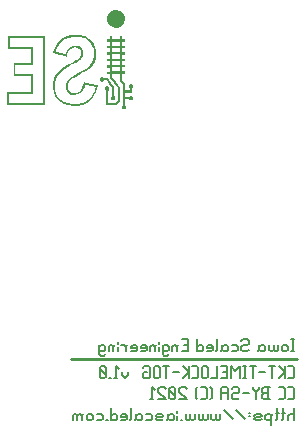
<source format=gbr>
G04 start of page 10 for group -4078 idx -4078 *
G04 Title: (unknown), bottomsilk *
G04 Creator: pcb 4.0.2 *
G04 CreationDate: Mon Feb 22 17:58:46 2021 UTC *
G04 For: ndholmes *
G04 Format: Gerber/RS-274X *
G04 PCB-Dimensions (mil): 4500.00 2500.00 *
G04 PCB-Coordinate-Origin: lower left *
%MOIN*%
%FSLAX25Y25*%
%LNBOTTOMSILK*%
%ADD61C,0.0070*%
%ADD60C,0.0100*%
%ADD59C,0.0001*%
G54D59*G36*
X101457Y158709D02*Y158644D01*
X101197Y158633D01*
X100931Y158693D01*
X100584Y159073D01*
X100551Y159588D01*
X100681Y159821D01*
X100860Y159990D01*
X100926Y160022D01*
Y166853D01*
X100014Y168003D01*
Y170341D01*
X97198D01*
Y169403D01*
X98604Y167623D01*
X100014Y165844D01*
Y161270D01*
X98658Y159914D01*
X95267D01*
Y164802D01*
X95169Y164872D01*
X94871Y165382D01*
X95028Y165947D01*
X95630Y166218D01*
X96206Y165909D01*
X96341Y165393D01*
X96097Y164927D01*
X95972Y164834D01*
X95967Y164672D01*
X95961Y164216D01*
Y163543D01*
X95956Y162719D01*
Y160597D01*
X98376D01*
X99352Y161574D01*
Y165583D01*
X97931Y167368D01*
X96515Y169158D01*
Y169750D01*
X96509Y170336D01*
X95598D01*
Y171122D01*
X96509D01*
Y172495D01*
X95598D01*
Y173255D01*
X96509D01*
Y174649D01*
X95598D01*
Y175408D01*
X96509D01*
Y176781D01*
X95598D01*
Y177541D01*
X96509D01*
Y178935D01*
X95598D01*
Y179694D01*
X96509D01*
Y181094D01*
X95598D01*
Y181854D01*
X96509D01*
Y183096D01*
X97198D01*
Y181854D01*
X100014D01*
Y183096D01*
X100671D01*
Y181854D01*
X101582D01*
Y181094D01*
X100681D01*
X99998Y181148D01*
X97209D01*
X97204Y180459D01*
X97193Y179765D01*
X98593D01*
X99276Y179770D01*
X99710Y179776D01*
X99933Y179787D01*
X99998Y179797D01*
X100009Y180015D01*
X100003Y180492D01*
X99998Y181148D01*
X100681Y181094D01*
Y179722D01*
X101582D01*
Y178962D01*
X100671D01*
X100014Y179005D01*
X97193D01*
X97204Y178316D01*
Y178300D01*
X97209Y177611D01*
X98593D01*
X99580Y177617D01*
X99992Y177627D01*
X100009Y177844D01*
X100014Y178327D01*
Y179005D01*
X100671Y178962D01*
X100681Y177584D01*
X101582D01*
Y176824D01*
X100671D01*
Y175452D01*
X100014Y175479D01*
Y176852D01*
X97198D01*
Y175479D01*
X100014D01*
X100671Y175452D01*
X101582D01*
Y174692D01*
X100681D01*
X99998Y174719D01*
X97198D01*
Y173336D01*
X98593D01*
X99276Y173341D01*
X99710Y173347D01*
X99933Y173358D01*
X99998Y173368D01*
X100009Y173586D01*
X100003Y174057D01*
X99998Y174719D01*
X100681Y174692D01*
Y173325D01*
X101582D01*
Y172566D01*
X100671D01*
Y171193D01*
X100014D01*
Y172566D01*
X97198D01*
Y171193D01*
X101582D01*
Y170406D01*
X100671D01*
Y168339D01*
X101143Y167748D01*
X101609Y167156D01*
Y164851D01*
X103258D01*
Y165627D01*
X103161Y165697D01*
X102922Y166006D01*
X102868Y166381D01*
X102987Y166701D01*
X103210Y166923D01*
X103503Y167026D01*
X103839Y166994D01*
X104127Y166815D01*
X104311Y166527D01*
X104322Y166093D01*
X104213Y165876D01*
X104045Y165697D01*
X103947Y165627D01*
X103942Y164900D01*
Y164167D01*
X101609D01*
Y162670D01*
X102276Y162675D01*
X102944D01*
X103009Y162773D01*
X103318Y163012D01*
X103698Y163066D01*
X104013Y162946D01*
X104230Y162724D01*
X104338Y162431D01*
X104311Y162100D01*
X104127Y161807D01*
X103828Y161617D01*
X103400D01*
X103047Y161840D01*
X102955Y161964D01*
X102759Y161981D01*
X102282Y161986D01*
X101609D01*
Y160104D01*
X101739Y159990D01*
X101935Y159740D01*
X101989Y159425D01*
X101853Y158980D01*
X101457Y158709D01*
G37*
G36*
X85615Y159729D02*Y159735D01*
X84243Y159740D01*
X82865Y159914D01*
X81400Y160359D01*
X80130Y161037D01*
X79088Y161948D01*
X78291Y163066D01*
X77781Y164330D01*
X77526Y165730D01*
X77532Y167162D01*
X77808Y168534D01*
X78296Y169674D01*
X79023Y170726D01*
X79989Y171714D01*
X81215Y172642D01*
X81693Y172951D01*
X82252Y173282D01*
X82935Y173667D01*
X83803Y174139D01*
X84574Y174562D01*
X85149Y174888D01*
X85588Y175164D01*
X85941Y175408D01*
X86668Y176076D01*
X87015Y176727D01*
X87053Y177139D01*
X87015Y177622D01*
X86831Y178219D01*
X86494Y178680D01*
X85637Y179152D01*
X84986Y179201D01*
X84351Y179136D01*
X83402Y178604D01*
X82642Y177535D01*
X82382Y176960D01*
X82154Y176358D01*
X82078Y176157D01*
X81899Y176201D01*
X81421Y176331D01*
X80716Y176532D01*
X79853Y176776D01*
X77651Y177416D01*
X77711Y177671D01*
X78204Y179174D01*
X78931Y180476D01*
X79870Y181561D01*
X81009Y182407D01*
X82148Y182933D01*
X83423Y183259D01*
X84807Y183384D01*
X86266Y183302D01*
X88138Y182863D01*
X89668Y182038D01*
X90829Y180855D01*
X91589Y179331D01*
X91882Y178132D01*
X91974Y176846D01*
X91844Y175533D01*
X91426Y174350D01*
X90889Y173466D01*
X90140Y172625D01*
X89483Y172045D01*
X88708Y171480D01*
X87693Y170851D01*
X86315Y170075D01*
X85621Y169696D01*
X85105Y169403D01*
X84698Y169158D01*
X84335Y168925D01*
X83076Y167878D01*
X82479Y166809D01*
X81877Y166983D01*
X82561Y168247D01*
X83993Y169457D01*
X84367Y169696D01*
X84791Y169951D01*
X85333Y170260D01*
X86060Y170661D01*
X87145Y171269D01*
X87948Y171746D01*
X88578Y172159D01*
X89120Y172566D01*
X89983Y173358D01*
X90623Y174199D01*
X91062Y175105D01*
X91301Y176087D01*
X91339Y176797D01*
X91312Y177573D01*
X91111Y178723D01*
X90742Y179749D01*
X90200Y180633D01*
X89500Y181360D01*
X88100Y182196D01*
X86353Y182657D01*
X84432Y182743D01*
X82675Y182440D01*
X81421Y181913D01*
X80347Y181138D01*
X79457Y180134D01*
X78779Y178919D01*
X78660Y178604D01*
X78535Y178262D01*
X78448Y177985D01*
X78421Y177861D01*
X78562Y177817D01*
X78920Y177714D01*
X79419Y177562D01*
X79995Y177394D01*
X80581Y177226D01*
X81091Y177074D01*
X81470Y176971D01*
X81633Y176922D01*
X81693Y176966D01*
X81779Y177166D01*
X82273Y178186D01*
X82848Y178951D01*
X83516Y179477D01*
X84286Y179770D01*
X84861Y179836D01*
X85442Y179819D01*
X86397Y179537D01*
X87102Y178973D01*
X87536Y178159D01*
X87682Y177117D01*
X87514Y176249D01*
X86966Y175463D01*
X86537Y175061D01*
X85984Y174660D01*
X85192Y174182D01*
X84047Y173547D01*
X82555Y172717D01*
X81481Y172056D01*
X80673Y171459D01*
X79973Y170813D01*
X79289Y170032D01*
X78768Y169213D01*
X78410Y168323D01*
X78183Y167336D01*
X78134Y166402D01*
X78183Y165447D01*
X78340Y164661D01*
X78568Y163966D01*
X79034Y163060D01*
X79637Y162279D01*
X80391Y161623D01*
X81291Y161091D01*
X82452Y160657D01*
X83782Y160402D01*
X84205Y160369D01*
X84753Y160353D01*
X85301D01*
X85697Y160364D01*
X87568Y160782D01*
X89142Y161650D01*
X90428Y162979D01*
X91426Y164758D01*
X91551Y165084D01*
X91697Y165491D01*
X91822Y165860D01*
X91871Y166044D01*
Y166077D01*
X91708Y166126D01*
X91171Y166245D01*
X90021Y166489D01*
X89391Y166625D01*
X88865Y166739D01*
X88507Y166815D01*
X88355Y166842D01*
X88306Y166826D01*
X88257Y166657D01*
X88111Y166153D01*
X87910Y165627D01*
X87118Y164384D01*
X86049Y163559D01*
X84720Y163256D01*
X83684Y163424D01*
X82827Y163885D01*
X82197Y164617D01*
X81839Y165567D01*
X81877Y166983D01*
X82479Y166809D01*
X82425Y166212D01*
X82479Y165583D01*
X83038Y164547D01*
X84058Y163961D01*
X84313Y163918D01*
X84704Y163901D01*
X85100Y163918D01*
X85338Y163961D01*
X86109Y164324D01*
X86755Y164932D01*
X87270Y165757D01*
X87633Y166782D01*
X87715Y167118D01*
X87764Y167368D01*
X87818Y167580D01*
X88019Y167547D01*
X88545Y167444D01*
X89321Y167281D01*
X90254Y167081D01*
X92674Y166565D01*
X92576Y166196D01*
X91930Y164341D01*
X91068Y162778D01*
X90124Y161671D01*
X89017Y160793D01*
X87433Y160071D01*
X85615Y159729D01*
G37*
G36*
X75030Y171535D02*Y160022D01*
X62346D01*
Y164460D01*
X70110D01*
X70104Y167091D01*
X70093Y169723D01*
X64429D01*
Y174133D01*
X70110D01*
Y178653D01*
X62650D01*
Y183064D01*
X75030D01*
Y171535D01*
X74390Y171540D01*
X74379Y182440D01*
X63284D01*
Y179271D01*
X70744D01*
Y173488D01*
X65059D01*
Y170319D01*
X70744D01*
Y163798D01*
X62970D01*
Y160641D01*
X74396D01*
X74390Y171540D01*
X75030Y171535D01*
G37*
G36*
X97893Y161623D02*Y161617D01*
X97350Y161650D01*
X96965Y162024D01*
X96933Y162523D01*
X97193Y162919D01*
X97296Y162990D01*
Y165887D01*
X96385Y167043D01*
X95468Y168198D01*
X94480D01*
X94355Y168062D01*
X93797Y167813D01*
X93411Y167927D01*
X93135Y168214D01*
X93070Y168486D01*
X93086Y168768D01*
X93222Y169012D01*
X93444Y169202D01*
X93596Y169272D01*
X93797Y169278D01*
X94003Y169267D01*
X94155Y169202D01*
X94383Y169007D01*
X94469Y168887D01*
X95799D01*
X96889Y167504D01*
X97985Y166126D01*
Y164552D01*
X97990Y163440D01*
X98001Y162979D01*
X98132Y162887D01*
X98359Y162534D01*
X98354Y162100D01*
X98175Y161812D01*
X97893Y161623D01*
G37*
G36*
X99059Y185782D02*X98620Y185760D01*
X98169Y185782D01*
X97518Y185955D01*
X96916Y186275D01*
X96401Y186720D01*
X95994Y187268D01*
X95728Y187941D01*
X95620Y188668D01*
X95690Y189395D01*
X95923Y190079D01*
X96347Y190697D01*
X96900Y191202D01*
X97844Y191629D01*
X98853Y191716D01*
X99824Y191473D01*
X100671Y190898D01*
X101191Y190247D01*
X101501Y189482D01*
X101582Y188863D01*
X101544Y188223D01*
X101257Y187360D01*
X100709Y186628D01*
X99944Y186069D01*
X99059Y185782D01*
G37*
G54D60*X159000Y75500D02*X83500D01*
G54D61*X157000Y82000D02*X158000D01*
X157500Y78000D02*Y82000D01*
X157000Y78000D02*X158000D01*
X155800Y78500D02*Y79500D01*
X155300Y80000D01*
X154300D02*X155300D01*
X154300D02*X153800Y79500D01*
Y78500D02*Y79500D01*
X154300Y78000D02*X153800Y78500D01*
X154300Y78000D02*X155300D01*
X155800Y78500D02*X155300Y78000D01*
X152600Y78500D02*Y80000D01*
Y78500D02*X152100Y78000D01*
X151600D02*X152100D01*
X151600D02*X151100Y78500D01*
Y80000D01*
Y78500D02*X150600Y78000D01*
X150100D02*X150600D01*
X150100D02*X149600Y78500D01*
Y80000D01*
X146900D02*X146400Y79500D01*
X146900Y80000D02*X147900D01*
X148400Y79500D02*X147900Y80000D01*
X148400Y78500D02*Y79500D01*
Y78500D02*X147900Y78000D01*
X146400Y78500D02*Y80000D01*
Y78500D02*X145900Y78000D01*
X146900D02*X147900D01*
X146900D02*X146400Y78500D01*
X140900Y82000D02*X140400Y81500D01*
X140900Y82000D02*X142400D01*
X142900Y81500D02*X142400Y82000D01*
X142900Y80500D02*Y81500D01*
Y80500D02*X142400Y80000D01*
X140900D02*X142400D01*
X140900D02*X140400Y79500D01*
Y78500D02*Y79500D01*
X140900Y78000D02*X140400Y78500D01*
X140900Y78000D02*X142400D01*
X142900Y78500D02*X142400Y78000D01*
X137200Y80000D02*X138700D01*
X139200Y79500D02*X138700Y80000D01*
X139200Y78500D02*Y79500D01*
Y78500D02*X138700Y78000D01*
X137200D02*X138700D01*
X134500Y80000D02*X134000Y79500D01*
X134500Y80000D02*X135500D01*
X136000Y79500D02*X135500Y80000D01*
X136000Y78500D02*Y79500D01*
Y78500D02*X135500Y78000D01*
X134000Y78500D02*Y80000D01*
Y78500D02*X133500Y78000D01*
X134500D02*X135500D01*
X134500D02*X134000Y78500D01*
X132300D02*Y82000D01*
Y78500D02*X131800Y78000D01*
X128800D02*X130300D01*
X130800Y78500D02*X130300Y78000D01*
X130800Y78500D02*Y79500D01*
X130300Y80000D01*
X129300D02*X130300D01*
X129300D02*X128800Y79500D01*
Y79000D02*X130800D01*
X128800D02*Y79500D01*
X125600Y78000D02*Y82000D01*
X126100Y78000D02*X125600Y78500D01*
X126100Y78000D02*X127100D01*
X127600Y78500D02*X127100Y78000D01*
X127600Y78500D02*Y79500D01*
X127100Y80000D01*
X126100D02*X127100D01*
X126100D02*X125600Y79500D01*
X121100Y80000D02*X122600D01*
X120600Y78000D02*X122600D01*
Y82000D01*
X120600D02*X122600D01*
X118900Y78000D02*Y79500D01*
X118400Y80000D01*
X117900D02*X118400D01*
X117900D02*X117400Y79500D01*
Y78000D02*Y79500D01*
X119400Y80000D02*X118900Y79500D01*
X114700Y80000D02*X114200Y79500D01*
X114700Y80000D02*X115700D01*
X116200Y79500D02*X115700Y80000D01*
X116200Y78500D02*Y79500D01*
Y78500D02*X115700Y78000D01*
X114700D02*X115700D01*
X114700D02*X114200Y78500D01*
X116200Y77000D02*X115700Y76500D01*
X114700D02*X115700D01*
X114700D02*X114200Y77000D01*
Y80000D01*
X113000Y80500D02*Y81000D01*
Y78000D02*Y79500D01*
X111500Y78000D02*Y79500D01*
X111000Y80000D01*
X110500D02*X111000D01*
X110500D02*X110000Y79500D01*
Y78000D02*Y79500D01*
X112000Y80000D02*X111500Y79500D01*
X106800Y78000D02*X108300D01*
X108800Y78500D02*X108300Y78000D01*
X108800Y78500D02*Y79500D01*
X108300Y80000D01*
X107300D02*X108300D01*
X107300D02*X106800Y79500D01*
Y79000D02*X108800D01*
X106800D02*Y79500D01*
X103600Y78000D02*X105100D01*
X105600Y78500D02*X105100Y78000D01*
X105600Y78500D02*Y79500D01*
X105100Y80000D01*
X104100D02*X105100D01*
X104100D02*X103600Y79500D01*
Y79000D02*X105600D01*
X103600D02*Y79500D01*
X101900Y78000D02*Y79500D01*
X101400Y80000D01*
X100400D02*X101400D01*
X102400D02*X101900Y79500D01*
X99200Y80500D02*Y81000D01*
Y78000D02*Y79500D01*
X97700Y78000D02*Y79500D01*
X97200Y80000D01*
X96700D02*X97200D01*
X96700D02*X96200Y79500D01*
Y78000D02*Y79500D01*
X98200Y80000D02*X97700Y79500D01*
X93500Y80000D02*X93000Y79500D01*
X93500Y80000D02*X94500D01*
X95000Y79500D02*X94500Y80000D01*
X95000Y78500D02*Y79500D01*
Y78500D02*X94500Y78000D01*
X93500D02*X94500D01*
X93500D02*X93000Y78500D01*
X95000Y77000D02*X94500Y76500D01*
X93500D02*X94500D01*
X93500D02*X93000Y77000D01*
Y80000D01*
X156000Y62000D02*X157500D01*
X158000Y62500D02*X157500Y62000D01*
X158000Y62500D02*Y65500D01*
X157500Y66000D01*
X156000D02*X157500D01*
X152800Y62000D02*X154300D01*
X154800Y62500D02*X154300Y62000D01*
X154800Y62500D02*Y65500D01*
X154300Y66000D01*
X152800D02*X154300D01*
X147800Y62000D02*X149800D01*
X147800D02*X147300Y62500D01*
Y63500D01*
X147800Y64000D02*X147300Y63500D01*
X147800Y64000D02*X149300D01*
Y62000D02*Y66000D01*
X147800D02*X149800D01*
X147800D02*X147300Y65500D01*
Y64500D02*Y65500D01*
X147800Y64000D02*X147300Y64500D01*
X146100Y65500D02*Y66000D01*
Y65500D02*X145100Y64500D01*
X144100Y65500D01*
Y66000D01*
X145100Y62000D02*Y64500D01*
X140900Y64000D02*X142900D01*
X137700Y66000D02*X137200Y65500D01*
X137700Y66000D02*X139200D01*
X139700Y65500D02*X139200Y66000D01*
X139700Y64500D02*Y65500D01*
Y64500D02*X139200Y64000D01*
X137700D02*X139200D01*
X137700D02*X137200Y63500D01*
Y62500D02*Y63500D01*
X137700Y62000D02*X137200Y62500D01*
X137700Y62000D02*X139200D01*
X139700Y62500D02*X139200Y62000D01*
X136000D02*Y65500D01*
X135500Y66000D01*
X134000D02*X135500D01*
X134000D02*X133500Y65500D01*
Y62000D02*Y65500D01*
Y64000D02*X136000D01*
X130500Y62500D02*X130000Y62000D01*
X130500Y65500D02*X130000Y66000D01*
X130500Y62500D02*Y65500D01*
X126800Y62000D02*X128300D01*
X128800Y62500D02*X128300Y62000D01*
X128800Y62500D02*Y65500D01*
X128300Y66000D01*
X126800D02*X128300D01*
X125600D02*X125100Y65500D01*
Y62500D02*Y65500D01*
X125600Y62000D02*X125100Y62500D01*
X122100Y65500D02*X121600Y66000D01*
X120100D02*X121600D01*
X120100D02*X119600Y65500D01*
Y64500D02*Y65500D01*
X122100Y62000D02*X119600Y64500D01*
Y62000D02*X122100D01*
X118400Y62500D02*X117900Y62000D01*
X118400Y62500D02*Y65500D01*
X117900Y66000D01*
X116900D02*X117900D01*
X116900D02*X116400Y65500D01*
Y62500D02*Y65500D01*
X116900Y62000D02*X116400Y62500D01*
X116900Y62000D02*X117900D01*
X118400Y63000D02*X116400Y65000D01*
X115200Y65500D02*X114700Y66000D01*
X113200D02*X114700D01*
X113200D02*X112700Y65500D01*
Y64500D02*Y65500D01*
X115200Y62000D02*X112700Y64500D01*
Y62000D02*X115200D01*
X110000D02*X111000D01*
X110500D02*Y66000D01*
X111500Y65000D02*X110500Y66000D01*
X158000Y55000D02*Y59000D01*
Y56500D02*X157500Y57000D01*
X156500D02*X157500D01*
X156500D02*X156000Y56500D01*
Y55000D02*Y56500D01*
X154300Y55500D02*Y59000D01*
Y55500D02*X153800Y55000D01*
Y57500D02*X154800D01*
X152300Y55500D02*Y59000D01*
Y55500D02*X151800Y55000D01*
Y57500D02*X152800D01*
X150300Y53500D02*Y56500D01*
X150800Y57000D02*X150300Y56500D01*
X149800Y57000D01*
X148800D02*X149800D01*
X148800D02*X148300Y56500D01*
Y55500D02*Y56500D01*
X148800Y55000D02*X148300Y55500D01*
X148800Y55000D02*X149800D01*
X150300Y55500D02*X149800Y55000D01*
X145100D02*X146600D01*
X145100D02*X144600Y55500D01*
X145100Y56000D02*X144600Y55500D01*
X145100Y56000D02*X146600D01*
X147100Y56500D02*X146600Y56000D01*
X147100Y56500D02*X146600Y57000D01*
X145100D02*X146600D01*
X145100D02*X144600Y56500D01*
X147100Y55500D02*X146600Y55000D01*
X142900Y57500D02*X143400D01*
X142900Y56500D02*X143400D01*
X141700Y55500D02*X138700Y58500D01*
X137500Y55500D02*X134500Y58500D01*
X133300Y55500D02*Y57000D01*
Y55500D02*X132800Y55000D01*
X132300D02*X132800D01*
X132300D02*X131800Y55500D01*
Y57000D01*
Y55500D02*X131300Y55000D01*
X130800D02*X131300D01*
X130800D02*X130300Y55500D01*
Y57000D01*
X129100Y55500D02*Y57000D01*
Y55500D02*X128600Y55000D01*
X128100D02*X128600D01*
X128100D02*X127600Y55500D01*
Y57000D01*
Y55500D02*X127100Y55000D01*
X126600D02*X127100D01*
X126600D02*X126100Y55500D01*
Y57000D01*
X124900Y55500D02*Y57000D01*
Y55500D02*X124400Y55000D01*
X123900D02*X124400D01*
X123900D02*X123400Y55500D01*
Y57000D01*
Y55500D02*X122900Y55000D01*
X122400D02*X122900D01*
X122400D02*X121900Y55500D01*
Y57000D01*
X120200Y55000D02*X120700D01*
X119000Y57500D02*Y58000D01*
Y55000D02*Y56500D01*
X116500Y57000D02*X116000Y56500D01*
X116500Y57000D02*X117500D01*
X118000Y56500D02*X117500Y57000D01*
X118000Y55500D02*Y56500D01*
Y55500D02*X117500Y55000D01*
X116000Y55500D02*Y57000D01*
Y55500D02*X115500Y55000D01*
X116500D02*X117500D01*
X116500D02*X116000Y55500D01*
X112300Y55000D02*X113800D01*
X112300D02*X111800Y55500D01*
X112300Y56000D02*X111800Y55500D01*
X112300Y56000D02*X113800D01*
X114300Y56500D02*X113800Y56000D01*
X114300Y56500D02*X113800Y57000D01*
X112300D02*X113800D01*
X112300D02*X111800Y56500D01*
X114300Y55500D02*X113800Y55000D01*
X108600Y57000D02*X110100D01*
X110600Y56500D02*X110100Y57000D01*
X110600Y55500D02*Y56500D01*
Y55500D02*X110100Y55000D01*
X108600D02*X110100D01*
X105900Y57000D02*X105400Y56500D01*
X105900Y57000D02*X106900D01*
X107400Y56500D02*X106900Y57000D01*
X107400Y55500D02*Y56500D01*
Y55500D02*X106900Y55000D01*
X105400Y55500D02*Y57000D01*
Y55500D02*X104900Y55000D01*
X105900D02*X106900D01*
X105900D02*X105400Y55500D01*
X103700D02*Y59000D01*
Y55500D02*X103200Y55000D01*
X100200D02*X101700D01*
X102200Y55500D02*X101700Y55000D01*
X102200Y55500D02*Y56500D01*
X101700Y57000D01*
X100700D02*X101700D01*
X100700D02*X100200Y56500D01*
Y56000D02*X102200D01*
X100200D02*Y56500D01*
X97000Y55000D02*Y59000D01*
X97500Y55000D02*X97000Y55500D01*
X97500Y55000D02*X98500D01*
X99000Y55500D02*X98500Y55000D01*
X99000Y55500D02*Y56500D01*
X98500Y57000D01*
X97500D02*X98500D01*
X97500D02*X97000Y56500D01*
X95300Y55000D02*X95800D01*
X92100Y57000D02*X93600D01*
X94100Y56500D02*X93600Y57000D01*
X94100Y55500D02*Y56500D01*
Y55500D02*X93600Y55000D01*
X92100D02*X93600D01*
X90900Y55500D02*Y56500D01*
X90400Y57000D01*
X89400D02*X90400D01*
X89400D02*X88900Y56500D01*
Y55500D02*Y56500D01*
X89400Y55000D02*X88900Y55500D01*
X89400Y55000D02*X90400D01*
X90900Y55500D02*X90400Y55000D01*
X87200D02*Y56500D01*
X86700Y57000D01*
X86200D02*X86700D01*
X86200D02*X85700Y56500D01*
Y55000D02*Y56500D01*
X85200Y57000D01*
X84700D02*X85200D01*
X84700D02*X84200Y56500D01*
Y55000D02*Y56500D01*
X87700Y57000D02*X87200Y56500D01*
X156000Y69000D02*X157500D01*
X158000Y69500D02*X157500Y69000D01*
X158000Y69500D02*Y72500D01*
X157500Y73000D01*
X156000D02*X157500D01*
X154800Y69000D02*Y73000D01*
Y71000D02*X152800Y73000D01*
X154800Y71000D02*X152800Y69000D01*
X149600Y73000D02*X151600D01*
X150600Y69000D02*Y73000D01*
X146400Y71000D02*X148400D01*
X143200Y73000D02*X145200D01*
X144200Y69000D02*Y73000D01*
X141000D02*X142000D01*
X141500Y69000D02*Y73000D01*
X141000Y69000D02*X142000D01*
X139800D02*Y73000D01*
X138300Y71500D01*
X136800Y73000D01*
Y69000D02*Y73000D01*
X134100Y71000D02*X135600D01*
X133600Y69000D02*X135600D01*
Y73000D01*
X133600D02*X135600D01*
X132400Y69000D02*Y73000D01*
X130400Y69000D02*X132400D01*
X129200Y69500D02*Y72500D01*
X128700Y73000D01*
X127700D02*X128700D01*
X127700D02*X127200Y72500D01*
Y69500D02*Y72500D01*
X127700Y69000D02*X127200Y69500D01*
X127700Y69000D02*X128700D01*
X129200Y69500D02*X128700Y69000D01*
X124000D02*X125500D01*
X126000Y69500D02*X125500Y69000D01*
X126000Y69500D02*Y72500D01*
X125500Y73000D01*
X124000D02*X125500D01*
X122800Y69000D02*Y73000D01*
Y71000D02*X120800Y73000D01*
X122800Y71000D02*X120800Y69000D01*
X117600Y71000D02*X119600D01*
X114400Y73000D02*X116400D01*
X115400Y69000D02*Y73000D01*
X113200Y69500D02*Y72500D01*
X112700Y73000D01*
X111700D02*X112700D01*
X111700D02*X111200Y72500D01*
Y69500D02*Y72500D01*
X111700Y69000D02*X111200Y69500D01*
X111700Y69000D02*X112700D01*
X113200Y69500D02*X112700Y69000D01*
X108000Y73000D02*X107500Y72500D01*
X108000Y73000D02*X109500D01*
X110000Y72500D02*X109500Y73000D01*
X110000Y69500D02*Y72500D01*
Y69500D02*X109500Y69000D01*
X108000D02*X109500D01*
X108000D02*X107500Y69500D01*
Y70500D01*
X108000Y71000D02*X107500Y70500D01*
X108000Y71000D02*X109000D01*
X102700Y70000D02*Y71000D01*
Y70000D02*X101700Y69000D01*
X100700Y70000D01*
Y71000D01*
X98000Y69000D02*X99000D01*
X98500D02*Y73000D01*
X99500Y72000D02*X98500Y73000D01*
X96300Y69000D02*X96800D01*
X95100Y69500D02*X94600Y69000D01*
X95100Y69500D02*Y72500D01*
X94600Y73000D01*
X93600D02*X94600D01*
X93600D02*X93100Y72500D01*
Y69500D02*Y72500D01*
X93600Y69000D02*X93100Y69500D01*
X93600Y69000D02*X94600D01*
X95100Y70000D02*X93100Y72000D01*
M02*

</source>
